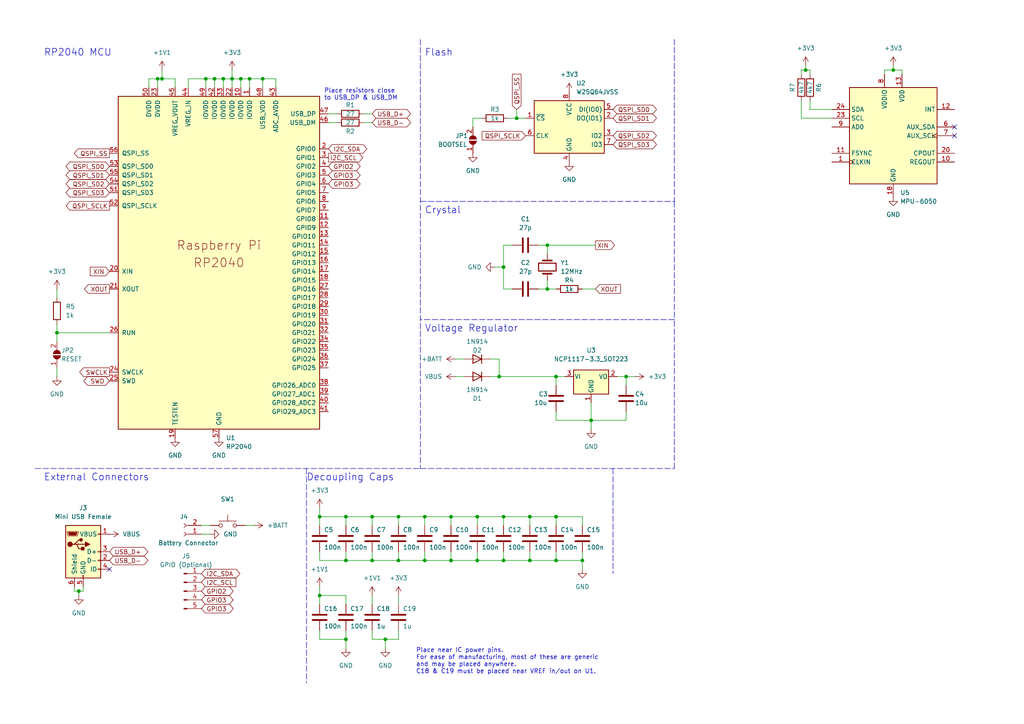
<source format=kicad_sch>
(kicad_sch (version 20211123) (generator eeschema)
  (paper "A4")
  (title_block (title "Bob Main Board") (date "2022-07-03") (rev "A") (company "York Aerospace & Rocketry"))
  (lib_symbols
    (symbol "Connector:Conn_01x02_Female" (pin_names (offset 1.016) hide)
      (property "Reference" "J" (at 0 2.54 0))
      (property "Value" "Conn_01x02_Female" (at 0 -5.08 0))
      (symbol "Conn_01x02_Female_1_1"
        (arc (start 0 -2.032) (mid -0.508 -2.54) (end 0 -3.048) (stroke (width 0.1524)))
        (polyline (pts (xy -1.27 -2.54) (xy -0.508 -2.54)) (stroke (width 0.1524)))
        (polyline (pts (xy -1.27 0) (xy -0.508 0)) (stroke (width 0.1524)))
        (arc (start 0 0.508) (mid -0.508 0) (end 0 -0.508) (stroke (width 0.1524)))
        (pin passive line (at -5.08 0 0) (length 3.81) (name "Pin_1") (number "1"))
        (pin passive line (at -5.08 -2.54 0) (length 3.81) (name "Pin_2") (number "2"))
      )
    )
    (symbol "Connector:Conn_01x05_Male" (pin_names (offset 1.016) hide)
      (property "Reference" "J" (at 0 7.62 0))
      (property "Value" "Conn_01x05_Male" (at 0 -7.62 0))
      (symbol "Conn_01x05_Male_1_1"
        (polyline (pts (xy 1.27 -5.08) (xy 0.8636 -5.08)) (stroke (width 0.1524)))
        (polyline (pts (xy 1.27 -2.54) (xy 0.8636 -2.54)) (stroke (width 0.1524)))
        (polyline (pts (xy 1.27 0) (xy 0.8636 0)) (stroke (width 0.1524)))
        (polyline (pts (xy 1.27 2.54) (xy 0.8636 2.54)) (stroke (width 0.1524)))
        (polyline (pts (xy 1.27 5.08) (xy 0.8636 5.08)) (stroke (width 0.1524)))
        (rectangle (start 0.8636 -4.953) (end 0 -5.207) (stroke (width 0.1524)) (fill (type outline)))
        (rectangle (start 0.8636 -2.413) (end 0 -2.667) (stroke (width 0.1524)) (fill (type outline)))
        (rectangle (start 0.8636 0.127) (end 0 -0.127) (stroke (width 0.1524)) (fill (type outline)))
        (rectangle (start 0.8636 2.667) (end 0 2.413) (stroke (width 0.1524)) (fill (type outline)))
        (rectangle (start 0.8636 5.207) (end 0 4.953) (stroke (width 0.1524)) (fill (type outline)))
        (pin passive line (at 5.08 5.08 180) (length 3.81) (name "Pin_1") (number "1"))
        (pin passive line (at 5.08 2.54 180) (length 3.81) (name "Pin_2") (number "2"))
        (pin passive line (at 5.08 0 180) (length 3.81) (name "Pin_3") (number "3"))
        (pin passive line (at 5.08 -2.54 180) (length 3.81) (name "Pin_4") (number "4"))
        (pin passive line (at 5.08 -5.08 180) (length 3.81) (name "Pin_5") (number "5"))
      )
    )
    (symbol "Connector:USB_OTG" (pin_names (offset 1.016))
      (property "Reference" "J" (at -5.08 11.43 0))
      (property "Value" "USB_OTG" (at -5.08 8.89 0))
      (symbol "USB_OTG_0_1"
        (rectangle (start -5.08 -7.62) (end 5.08 7.62) (stroke (width 0.254)) (fill (type background)))
        (circle (center -3.81 2.159) (radius 0.635) (stroke (width 0.254)) (fill (type outline)))
        (circle (center -0.635 3.429) (radius 0.381) (stroke (width 0.254)) (fill (type outline)))
        (rectangle (start -0.127 -7.62) (end 0.127 -6.858))
        (polyline (pts (xy -1.905 2.159) (xy 0.635 2.159)) (stroke (width 0.254)))
        (polyline (pts (xy -3.175 2.159) (xy -2.54 2.159) (xy -1.27 3.429) (xy -0.635 3.429)) (stroke (width 0.254)))
        (polyline (pts (xy -2.54 2.159) (xy -1.905 2.159) (xy -1.27 0.889) (xy 0 0.889)) (stroke (width 0.254)))
        (polyline (pts (xy 0.635 2.794) (xy 0.635 1.524) (xy 1.905 2.159) (xy 0.635 2.794)) (stroke (width 0.254)) (fill (type outline)))
        (polyline (pts (xy -4.318 5.588) (xy -1.778 5.588) (xy -2.032 4.826) (xy -4.064 4.826) (xy -4.318 5.588)) (fill (type outline)))
        (polyline (pts (xy -4.699 5.842) (xy -4.699 5.588) (xy -4.445 4.826) (xy -4.445 4.572) (xy -1.651 4.572) (xy -1.651 4.826) (xy -1.397 5.588) (xy -1.397 5.842) (xy -4.699 5.842)))
        (rectangle (start 0.254 1.27) (end -0.508 0.508) (stroke (width 0.254)) (fill (type outline)))
        (rectangle (start 5.08 -5.207) (end 4.318 -4.953))
        (rectangle (start 5.08 -2.667) (end 4.318 -2.413))
        (rectangle (start 5.08 -0.127) (end 4.318 0.127))
        (rectangle (start 5.08 4.953) (end 4.318 5.207))
      )
      (symbol "USB_OTG_1_1"
        (pin passive line (at 7.62 5.08 180) (length 2.54) (name "VBUS") (number "1"))
        (pin bidirectional line (at 7.62 -2.54 180) (length 2.54) (name "D-") (number "2"))
        (pin bidirectional line (at 7.62 0 180) (length 2.54) (name "D+") (number "3"))
        (pin passive line (at 7.62 -5.08 180) (length 2.54) (name "ID") (number "4"))
        (pin passive line (at 0 -10.16 90) (length 2.54) (name "GND") (number "5"))
        (pin passive line (at -2.54 -10.16 90) (length 2.54) (name "Shield") (number "6"))
      )
    )
    (symbol "Device:C" (pin_numbers hide) (pin_names (offset 0.254))
      (property "Reference" "C" (at 0.635 2.54 0))
      (property "Value" "C" (at 0.635 -2.54 0))
      (symbol "C_0_1"
        (polyline (pts (xy -2.032 -0.762) (xy 2.032 -0.762)) (stroke (width 0.508)))
        (polyline (pts (xy -2.032 0.762) (xy 2.032 0.762)) (stroke (width 0.508)))
      )
      (symbol "C_1_1"
        (pin passive line (at 0 3.81 270) (length 2.794) (name "~") (number "1"))
        (pin passive line (at 0 -3.81 90) (length 2.794) (name "~") (number "2"))
      )
    )
    (symbol "Device:Crystal" (pin_numbers hide) (pin_names (offset 1.016) hide)
      (property "Reference" "Y" (at 0 3.81 0))
      (property "Value" "Crystal" (at 0 -3.81 0))
      (symbol "Crystal_0_1"
        (rectangle (start -1.143 2.54) (end 1.143 -2.54) (stroke (width 0.3048)))
        (polyline (pts (xy -2.54 0) (xy -1.905 0)))
        (polyline (pts (xy -1.905 -1.27) (xy -1.905 1.27)) (stroke (width 0.508)))
        (polyline (pts (xy 1.905 -1.27) (xy 1.905 1.27)) (stroke (width 0.508)))
        (polyline (pts (xy 2.54 0) (xy 1.905 0)))
      )
      (symbol "Crystal_1_1"
        (pin passive line (at -3.81 0 0) (length 1.27) (name "1") (number "1"))
        (pin passive line (at 3.81 0 180) (length 1.27) (name "2") (number "2"))
      )
    )
    (symbol "Device:R" (pin_numbers hide) (pin_names (offset 0))
      (property "Reference" "R" (at 2.032 0 90))
      (property "Value" "R" (at 0 0 90))
      (symbol "R_0_1"
        (rectangle (start -1.016 -2.54) (end 1.016 2.54) (stroke (width 0.254)))
      )
      (symbol "R_1_1"
        (pin passive line (at 0 3.81 270) (length 1.27) (name "~") (number "1"))
        (pin passive line (at 0 -3.81 90) (length 1.27) (name "~") (number "2"))
      )
    )
    (symbol "Diode:1N914" (pin_numbers hide) (pin_names (offset 1.016) hide)
      (property "Reference" "D" (at 0 2.54 0))
      (property "Value" "1N914" (at 0 -2.54 0))
      (symbol "1N914_0_1"
        (polyline (pts (xy -1.27 1.27) (xy -1.27 -1.27)) (stroke (width 0.254)))
        (polyline (pts (xy 1.27 0) (xy -1.27 0)))
        (polyline (pts (xy 1.27 1.27) (xy 1.27 -1.27) (xy -1.27 0) (xy 1.27 1.27)) (stroke (width 0.254)))
      )
      (symbol "1N914_1_1"
        (pin passive line (at -3.81 0 0) (length 2.54) (name "K") (number "1"))
        (pin passive line (at 3.81 0 180) (length 2.54) (name "A") (number "2"))
      )
    )
    (symbol "Jumper:SolderJumper_2_Open" (pin_names (offset 0) hide)
      (property "Reference" "JP" (at 0 2.032 0))
      (property "Value" "SolderJumper_2_Open" (at 0 -2.54 0))
      (symbol "SolderJumper_2_Open_0_1"
        (arc (start -0.254 1.016) (mid -1.27 0) (end -0.254 -1.016))
        (arc (start -0.254 1.016) (mid -1.27 0) (end -0.254 -1.016) (fill (type outline)))
        (polyline (pts (xy -0.254 1.016) (xy -0.254 -1.016)))
        (polyline (pts (xy 0.254 1.016) (xy 0.254 -1.016)))
        (arc (start 0.254 -1.016) (mid 1.27 0) (end 0.254 1.016))
        (arc (start 0.254 -1.016) (mid 1.27 0) (end 0.254 1.016) (fill (type outline)))
      )
      (symbol "SolderJumper_2_Open_1_1"
        (pin passive line (at -3.81 0 0) (length 2.54) (name "A") (number "1"))
        (pin passive line (at 3.81 0 180) (length 2.54) (name "B") (number "2"))
      )
    )
    (symbol "MCU_RaspberryPi_RP2040:RP2040" (pin_names (offset 1.016))
      (property "Reference" "U" (at -29.21 49.53 0))
      (property "Value" "RP2040" (at 24.13 -49.53 0))
      (symbol "RP2040_0_0"
        (text "Raspberry Pi" (at 0 5.08 0) (effects (font (size 2.54 2.54))))
        (text "RP2040" (at 0 0 0) (effects (font (size 2.54 2.54))))
      )
      (symbol "RP2040_0_1"
        (rectangle (start 29.21 48.26) (end -29.21 -48.26) (stroke (width 0.254)) (fill (type background)))
      )
      (symbol "RP2040_1_1"
        (pin power_in line (at 8.89 50.8 270) (length 2.54) (name "IOVDD") (number "1"))
        (pin power_in line (at 6.35 50.8 270) (length 2.54) (name "IOVDD") (number "10"))
        (pin bidirectional line (at 31.75 12.7 180) (length 2.54) (name "GPIO8") (number "11"))
        (pin bidirectional line (at 31.75 10.16 180) (length 2.54) (name "GPIO9") (number "12"))
        (pin bidirectional line (at 31.75 7.62 180) (length 2.54) (name "GPIO10") (number "13"))
        (pin bidirectional line (at 31.75 5.08 180) (length 2.54) (name "GPIO11") (number "14"))
        (pin bidirectional line (at 31.75 2.54 180) (length 2.54) (name "GPIO12") (number "15"))
        (pin bidirectional line (at 31.75 0 180) (length 2.54) (name "GPIO13") (number "16"))
        (pin bidirectional line (at 31.75 -2.54 180) (length 2.54) (name "GPIO14") (number "17"))
        (pin bidirectional line (at 31.75 -5.08 180) (length 2.54) (name "GPIO15") (number "18"))
        (pin passive line (at -12.7 -50.8 90) (length 2.54) (name "TESTEN") (number "19"))
        (pin bidirectional line (at 31.75 33.02 180) (length 2.54) (name "GPIO0") (number "2"))
        (pin input line (at -31.75 -2.54 0) (length 2.54) (name "XIN") (number "20"))
        (pin passive line (at -31.75 -7.62 0) (length 2.54) (name "XOUT") (number "21"))
        (pin power_in line (at 3.81 50.8 270) (length 2.54) (name "IOVDD") (number "22"))
        (pin power_in line (at -17.78 50.8 270) (length 2.54) (name "DVDD") (number "23"))
        (pin output line (at -31.75 -31.75 0) (length 2.54) (name "SWCLK") (number "24"))
        (pin bidirectional line (at -31.75 -34.29 0) (length 2.54) (name "SWD") (number "25"))
        (pin input line (at -31.75 -20.32 0) (length 2.54) (name "RUN") (number "26"))
        (pin bidirectional line (at 31.75 -7.62 180) (length 2.54) (name "GPIO16") (number "27"))
        (pin bidirectional line (at 31.75 -10.16 180) (length 2.54) (name "GPIO17") (number "28"))
        (pin bidirectional line (at 31.75 -12.7 180) (length 2.54) (name "GPIO18") (number "29"))
        (pin bidirectional line (at 31.75 30.48 180) (length 2.54) (name "GPIO1") (number "3"))
        (pin bidirectional line (at 31.75 -15.24 180) (length 2.54) (name "GPIO19") (number "30"))
        (pin bidirectional line (at 31.75 -17.78 180) (length 2.54) (name "GPIO20") (number "31"))
        (pin bidirectional line (at 31.75 -20.32 180) (length 2.54) (name "GPIO21") (number "32"))
        (pin power_in line (at 1.27 50.8 270) (length 2.54) (name "IOVDD") (number "33"))
        (pin bidirectional line (at 31.75 -22.86 180) (length 2.54) (name "GPIO22") (number "34"))
        (pin bidirectional line (at 31.75 -25.4 180) (length 2.54) (name "GPIO23") (number "35"))
        (pin bidirectional line (at 31.75 -27.94 180) (length 2.54) (name "GPIO24") (number "36"))
        (pin bidirectional line (at 31.75 -30.48 180) (length 2.54) (name "GPIO25") (number "37"))
        (pin bidirectional line (at 31.75 -35.56 180) (length 2.54) (name "GPIO26_ADC0") (number "38"))
        (pin bidirectional line (at 31.75 -38.1 180) (length 2.54) (name "GPIO27_ADC1") (number "39"))
        (pin bidirectional line (at 31.75 27.94 180) (length 2.54) (name "GPIO2") (number "4"))
        (pin bidirectional line (at 31.75 -40.64 180) (length 2.54) (name "GPIO28_ADC2") (number "40"))
        (pin bidirectional line (at 31.75 -43.18 180) (length 2.54) (name "GPIO29_ADC3") (number "41"))
        (pin power_in line (at -1.27 50.8 270) (length 2.54) (name "IOVDD") (number "42"))
        (pin power_in line (at 16.51 50.8 270) (length 2.54) (name "ADC_AVDD") (number "43"))
        (pin power_in line (at -8.89 50.8 270) (length 2.54) (name "VREG_IN") (number "44"))
        (pin power_out line (at -12.7 50.8 270) (length 2.54) (name "VREG_VOUT") (number "45"))
        (pin bidirectional line (at 31.75 40.64 180) (length 2.54) (name "USB_DM") (number "46"))
        (pin bidirectional line (at 31.75 43.18 180) (length 2.54) (name "USB_DP") (number "47"))
        (pin power_in line (at 12.7 50.8 270) (length 2.54) (name "USB_VDD") (number "48"))
        (pin power_in line (at -3.81 50.8 270) (length 2.54) (name "IOVDD") (number "49"))
        (pin bidirectional line (at 31.75 25.4 180) (length 2.54) (name "GPIO3") (number "5"))
        (pin power_in line (at -20.32 50.8 270) (length 2.54) (name "DVDD") (number "50"))
        (pin bidirectional line (at -31.75 20.32 0) (length 2.54) (name "QSPI_SD3") (number "51"))
        (pin output line (at -31.75 16.51 0) (length 2.54) (name "QSPI_SCLK") (number "52"))
        (pin bidirectional line (at -31.75 27.94 0) (length 2.54) (name "QSPI_SD0") (number "53"))
        (pin bidirectional line (at -31.75 22.86 0) (length 2.54) (name "QSPI_SD2") (number "54"))
        (pin bidirectional line (at -31.75 25.4 0) (length 2.54) (name "QSPI_SD1") (number "55"))
        (pin bidirectional line (at -31.75 31.75 0) (length 2.54) (name "QSPI_SS") (number "56"))
        (pin power_in line (at 0 -50.8 90) (length 2.54) (name "GND") (number "57"))
        (pin bidirectional line (at 31.75 22.86 180) (length 2.54) (name "GPIO4") (number "6"))
        (pin bidirectional line (at 31.75 20.32 180) (length 2.54) (name "GPIO5") (number "7"))
        (pin bidirectional line (at 31.75 17.78 180) (length 2.54) (name "GPIO6") (number "8"))
        (pin bidirectional line (at 31.75 15.24 180) (length 2.54) (name "GPIO7") (number "9"))
      )
    )
    (symbol "Memory_Flash:W25Q32JVSS"
      (property "Reference" "U" (at -8.89 8.89 0))
      (property "Value" "W25Q32JVSS" (at 7.62 8.89 0))
      (symbol "W25Q32JVSS_0_1"
        (rectangle (start -10.16 7.62) (end 10.16 -7.62) (stroke (width 0.254)) (fill (type background)))
      )
      (symbol "W25Q32JVSS_1_1"
        (pin input line (at -12.7 2.54 0) (length 2.54) (name "~{CS}") (number "1"))
        (pin bidirectional line (at 12.7 2.54 180) (length 2.54) (name "DO(IO1)") (number "2"))
        (pin bidirectional line (at 12.7 -2.54 180) (length 2.54) (name "IO2") (number "3"))
        (pin power_in line (at 0 -10.16 90) (length 2.54) (name "GND") (number "4"))
        (pin bidirectional line (at 12.7 5.08 180) (length 2.54) (name "DI(IO0)") (number "5"))
        (pin input line (at -12.7 -2.54 0) (length 2.54) (name "CLK") (number "6"))
        (pin bidirectional line (at 12.7 -5.08 180) (length 2.54) (name "IO3") (number "7"))
        (pin power_in line (at 0 10.16 270) (length 2.54) (name "VCC") (number "8"))
      )
    )
    (symbol "Regulator_Linear:NCP1117-3.3_SOT223" (pin_names (offset 0.254))
      (property "Reference" "U" (at -3.81 3.175 0))
      (property "Value" "NCP1117-3.3_SOT223" (at 0 3.175 0))
      (symbol "NCP1117-3.3_SOT223_0_1"
        (rectangle (start -5.08 -5.08) (end 5.08 1.905) (stroke (width 0.254)) (fill (type background)))
      )
      (symbol "NCP1117-3.3_SOT223_1_1"
        (pin power_in line (at 0 -7.62 90) (length 2.54) (name "GND") (number "1"))
        (pin power_out line (at 7.62 0 180) (length 2.54) (name "VO") (number "2"))
        (pin power_in line (at -7.62 0 0) (length 2.54) (name "VI") (number "3"))
      )
    )
    (symbol "Sensor_Motion:MPU-6050"
      (property "Reference" "U" (at -11.43 13.97 0))
      (property "Value" "MPU-6050" (at 7.62 -15.24 0))
      (symbol "MPU-6050_0_0"
        (text "" (at 12.7 -2.54 0) (effects (font (size 1.27 1.27))))
      )
      (symbol "MPU-6050_0_1"
        (rectangle (start -12.7 13.97) (end 12.7 -13.97) (stroke (width 0.254)) (fill (type background)))
      )
      (symbol "MPU-6050_1_1"
        (pin input clock (at -17.78 -7.62 0) (length 5.08) (name "CLKIN") (number "1"))
        (pin passive line (at 17.78 -7.62 180) (length 5.08) (name "REGOUT") (number "10"))
        (pin input line (at -17.78 -5.08 0) (length 5.08) (name "FSYNC") (number "11"))
        (pin output line (at 17.78 7.62 180) (length 5.08) (name "INT") (number "12"))
        (pin power_in line (at 2.54 17.78 270) (length 3.81) (name "VDD") (number "13"))
        (pin no_connect line (at -12.7 -10.16 0) (length 2.54) hide (name "NC") (number "14"))
        (pin no_connect line (at 12.7 12.7 180) (length 2.54) hide (name "NC") (number "15"))
        (pin no_connect line (at 12.7 10.16 180) (length 2.54) hide (name "NC") (number "16"))
        (pin no_connect line (at 12.7 5.08 180) (length 2.54) hide (name "NC") (number "17"))
        (pin power_in line (at 0 -17.78 90) (length 3.81) (name "GND") (number "18"))
        (pin no_connect line (at 12.7 -10.16 180) (length 2.54) hide (name "NC") (number "19"))
        (pin no_connect line (at -12.7 12.7 0) (length 2.54) hide (name "NC") (number "2"))
        (pin passive line (at 17.78 -5.08 180) (length 5.08) (name "CPOUT") (number "20"))
        (pin no_connect line (at 12.7 -2.54 180) (length 2.54) hide (name "NC") (number "21"))
        (pin no_connect line (at 12.7 -12.7 180) (length 2.54) hide (name "NC") (number "22"))
        (pin input line (at -17.78 5.08 0) (length 5.08) (name "SCL") (number "23"))
        (pin bidirectional line (at -17.78 7.62 0) (length 5.08) (name "SDA") (number "24"))
        (pin no_connect line (at -12.7 10.16 0) (length 2.54) hide (name "NC") (number "3"))
        (pin no_connect line (at -12.7 0 0) (length 2.54) hide (name "NC") (number "4"))
        (pin no_connect line (at -12.7 -2.54 0) (length 2.54) hide (name "NC") (number "5"))
        (pin bidirectional line (at 17.78 2.54 180) (length 5.08) (name "AUX_SDA") (number "6"))
        (pin output clock (at 17.78 0 180) (length 5.08) (name "AUX_SCL") (number "7"))
        (pin power_in line (at -2.54 17.78 270) (length 3.81) (name "VDDIO") (number "8"))
        (pin input line (at -17.78 2.54 0) (length 5.08) (name "AD0") (number "9"))
      )
    )
    (symbol "Switch:SW_Push" (pin_numbers hide) (pin_names (offset 1.016) hide)
      (property "Reference" "SW" (at 1.27 2.54 0))
      (property "Value" "SW_Push" (at 0 -1.524 0))
      (symbol "SW_Push_0_1"
        (circle (center -2.032 0) (radius 0.508))
        (polyline (pts (xy 0 1.27) (xy 0 3.048)))
        (polyline (pts (xy 2.54 1.27) (xy -2.54 1.27)))
        (circle (center 2.032 0) (radius 0.508))
        (pin passive line (at -5.08 0 0) (length 2.54) (name "1") (number "1"))
        (pin passive line (at 5.08 0 180) (length 2.54) (name "2") (number "2"))
      )
    )
    (symbol "power:+1V1" (power) (pin_names (offset 0))
      (property "Value" "+1V1" (at 0 3.556 0))
      (symbol "+1V1_0_1"
        (polyline (pts (xy -0.762 1.27) (xy 0 2.54)))
        (polyline (pts (xy 0 0) (xy 0 2.54)))
        (polyline (pts (xy 0 2.54) (xy 0.762 1.27)))
      )
      (symbol "+1V1_1_1"
        (pin power_in line (at 0 0 90) (length 0) hide (name "+1V1") (number "1"))
      )
    )
    (symbol "power:+3.3V" (power) (pin_names (offset 0))
      (property "Value" "+3.3V" (at 0 3.556 0))
      (symbol "+3.3V_0_1"
        (polyline (pts (xy -0.762 1.27) (xy 0 2.54)))
        (polyline (pts (xy 0 0) (xy 0 2.54)))
        (polyline (pts (xy 0 2.54) (xy 0.762 1.27)))
      )
      (symbol "+3.3V_1_1"
        (pin power_in line (at 0 0 90) (length 0) hide (name "+3V3") (number "1"))
      )
    )
    (symbol "power:+BATT" (power) (pin_names (offset 0))
      (property "Value" "+BATT" (at 0 3.556 0))
      (symbol "+BATT_0_1"
        (polyline (pts (xy -0.762 1.27) (xy 0 2.54)))
        (polyline (pts (xy 0 0) (xy 0 2.54)))
        (polyline (pts (xy 0 2.54) (xy 0.762 1.27)))
      )
      (symbol "+BATT_1_1"
        (pin power_in line (at 0 0 90) (length 0) hide (name "+BATT") (number "1"))
      )
    )
    (symbol "power:GND" (power) (pin_names (offset 0))
      (property "Value" "GND" (at 0 -3.81 0))
      (symbol "GND_0_1"
        (polyline (pts (xy 0 0) (xy 0 -1.27) (xy 1.27 -1.27) (xy 0 -2.54) (xy -1.27 -1.27) (xy 0 -1.27)))
      )
      (symbol "GND_1_1"
        (pin power_in line (at 0 0 270) (length 0) hide (name "GND") (number "1"))
      )
    )
    (symbol "power:VBUS" (power) (pin_names (offset 0))
      (property "Value" "VBUS" (at 0 3.81 0))
      (symbol "VBUS_0_1"
        (polyline (pts (xy -0.762 1.27) (xy 0 2.54)))
        (polyline (pts (xy 0 0) (xy 0 2.54)))
        (polyline (pts (xy 0 2.54) (xy 0.762 1.27)))
      )
      (symbol "VBUS_1_1"
        (pin power_in line (at 0 0 90) (length 0) hide (name "VBUS") (number "1"))
      )
    )
  )
  (junction (at 76.2 22.86))
  (junction (at 161.29 109.22))
  (junction (at 153.67 162.56))
  (junction (at 45.72 22.86))
  (junction (at 111.76 185.42))
  (junction (at 59.69 22.86))
  (junction (at 115.57 149.86))
  (junction (at 22.86 171.45))
  (junction (at 146.05 162.56))
  (junction (at 138.43 149.86))
  (junction (at 130.81 162.56))
  (junction (at 158.75 71.12))
  (junction (at 161.29 149.86))
  (junction (at 92.71 149.86))
  (junction (at 123.19 162.56))
  (junction (at 92.71 172.72))
  (junction (at 130.81 149.86))
  (junction (at 168.91 162.56))
  (junction (at 146.05 77.47))
  (junction (at 181.61 109.22))
  (junction (at 259.08 20.32))
  (junction (at 107.95 162.56))
  (junction (at 100.33 185.42))
  (junction (at 100.33 162.56))
  (junction (at 107.95 149.86))
  (junction (at 158.75 83.82))
  (junction (at 16.51 96.52))
  (junction (at 67.31 22.86))
  (junction (at 149.86 34.29))
  (junction (at 138.43 162.56))
  (junction (at 153.67 149.86))
  (junction (at 100.33 149.86))
  (junction (at 62.23 22.86))
  (junction (at 64.77 22.86))
  (junction (at 144.78 109.22))
  (junction (at 233.68 20.32))
  (junction (at 72.39 22.86))
  (junction (at 69.85 22.86))
  (junction (at 171.45 121.92))
  (junction (at 161.29 162.56))
  (junction (at 123.19 149.86))
  (junction (at 146.05 149.86))
  (junction (at 115.57 162.56))
  (junction (at 46.99 22.86))
  (no_connect (at 276.86 36.83))
  (no_connect (at 276.86 39.37))
  (no_connect (at 31.75 165.1))
  (wire (pts (xy 92.71 149.86) (xy 100.33 149.86)))
  (wire (pts (xy 100.33 172.72) (xy 100.33 175.26)))
  (polyline (pts (xy 195.58 11.43) (xy 195.58 58.42)))
  (wire (pts (xy 234.95 31.75) (xy 241.3 31.75)))
  (wire (pts (xy 107.95 149.86) (xy 107.95 152.4)))
  (polyline (pts (xy 121.92 11.43) (xy 121.92 135.89)))
  (wire (pts (xy 168.91 162.56) (xy 168.91 160.02)))
  (wire (pts (xy 138.43 162.56) (xy 146.05 162.56)))
  (wire (pts (xy 161.29 160.02) (xy 161.29 162.56)))
  (wire (pts (xy 130.81 149.86) (xy 130.81 152.4)))
  (wire (pts (xy 46.99 22.86) (xy 45.72 22.86)))
  (wire (pts (xy 233.68 20.32) (xy 234.95 20.32)))
  (wire (pts (xy 156.21 83.82) (xy 158.75 83.82)))
  (wire (pts (xy 76.2 22.86) (xy 76.2 25.4)))
  (wire (pts (xy 138.43 149.86) (xy 146.05 149.86)))
  (wire (pts (xy 146.05 71.12) (xy 146.05 77.47)))
  (wire (pts (xy 72.39 22.86) (xy 76.2 22.86)))
  (wire (pts (xy 168.91 149.86) (xy 168.91 152.4)))
  (wire (pts (xy 107.95 162.56) (xy 115.57 162.56)))
  (wire (pts (xy 107.95 149.86) (xy 115.57 149.86)))
  (wire (pts (xy 92.71 185.42) (xy 92.71 182.88)))
  (wire (pts (xy 111.76 185.42) (xy 115.57 185.42)))
  (wire (pts (xy 130.81 160.02) (xy 130.81 162.56)))
  (wire (pts (xy 259.08 19.05) (xy 259.08 20.32)))
  (wire (pts (xy 95.25 33.02) (xy 97.79 33.02)))
  (wire (pts (xy 16.51 96.52) (xy 16.51 99.06)))
  (polyline (pts (xy 121.92 135.89) (xy 195.58 135.89)))
  (wire (pts (xy 168.91 165.1) (xy 168.91 162.56)))
  (wire (pts (xy 76.2 22.86) (xy 80.01 22.86)))
  (wire (pts (xy 232.41 20.32) (xy 233.68 20.32)))
  (polyline (pts (xy 195.58 92.71) (xy 121.92 92.71)))
  (wire (pts (xy 107.95 172.72) (xy 107.95 175.26)))
  (wire (pts (xy 259.08 20.32) (xy 261.62 20.32)))
  (wire (pts (xy 123.19 149.86) (xy 130.81 149.86)))
  (wire (pts (xy 234.95 29.21) (xy 234.95 31.75)))
  (wire (pts (xy 232.41 29.21) (xy 232.41 34.29)))
  (wire (pts (xy 100.33 160.02) (xy 100.33 162.56)))
  (wire (pts (xy 158.75 71.12) (xy 172.72 71.12)))
  (wire (pts (xy 123.19 160.02) (xy 123.19 162.56)))
  (wire (pts (xy 69.85 22.86) (xy 69.85 25.4)))
  (wire (pts (xy 43.18 25.4) (xy 43.18 22.86)))
  (wire (pts (xy 139.7 34.29) (xy 137.16 34.29)))
  (wire (pts (xy 161.29 162.56) (xy 168.91 162.56)))
  (wire (pts (xy 58.42 154.94) (xy 60.96 154.94)))
  (wire (pts (xy 158.75 83.82) (xy 161.29 83.82)))
  (wire (pts (xy 161.29 121.92) (xy 161.29 119.38)))
  (wire (pts (xy 137.16 34.29) (xy 137.16 36.83)))
  (wire (pts (xy 92.71 149.86) (xy 92.71 152.4)))
  (wire (pts (xy 144.78 109.22) (xy 161.29 109.22)))
  (wire (pts (xy 43.18 22.86) (xy 45.72 22.86)))
  (wire (pts (xy 115.57 162.56) (xy 123.19 162.56)))
  (wire (pts (xy 138.43 149.86) (xy 138.43 152.4)))
  (wire (pts (xy 100.33 162.56) (xy 107.95 162.56)))
  (wire (pts (xy 158.75 73.66) (xy 158.75 71.12)))
  (wire (pts (xy 123.19 149.86) (xy 123.19 152.4)))
  (wire (pts (xy 50.8 22.86) (xy 46.99 22.86)))
  (wire (pts (xy 115.57 149.86) (xy 115.57 152.4)))
  (polyline (pts (xy 10.16 135.89) (xy 121.92 135.89)))
  (wire (pts (xy 16.51 83.82) (xy 16.51 86.36)))
  (wire (pts (xy 115.57 185.42) (xy 115.57 182.88)))
  (wire (pts (xy 69.85 22.86) (xy 72.39 22.86)))
  (wire (pts (xy 115.57 172.72) (xy 115.57 175.26)))
  (wire (pts (xy 161.29 149.86) (xy 161.29 152.4)))
  (polyline (pts (xy 121.92 58.42) (xy 195.58 58.42)))
  (wire (pts (xy 181.61 109.22) (xy 184.15 109.22)))
  (wire (pts (xy 92.71 172.72) (xy 92.71 175.26)))
  (wire (pts (xy 16.51 93.98) (xy 16.51 96.52)))
  (wire (pts (xy 107.95 182.88) (xy 107.95 185.42)))
  (wire (pts (xy 50.8 25.4) (xy 50.8 22.86)))
  (wire (pts (xy 143.51 77.47) (xy 146.05 77.47)))
  (wire (pts (xy 146.05 77.47) (xy 146.05 83.82)))
  (wire (pts (xy 107.95 160.02) (xy 107.95 162.56)))
  (wire (pts (xy 146.05 83.82) (xy 148.59 83.82)))
  (wire (pts (xy 62.23 22.86) (xy 64.77 22.86)))
  (wire (pts (xy 92.71 172.72) (xy 100.33 172.72)))
  (wire (pts (xy 115.57 160.02) (xy 115.57 162.56)))
  (wire (pts (xy 62.23 22.86) (xy 62.23 25.4)))
  (wire (pts (xy 261.62 20.32) (xy 261.62 21.59)))
  (wire (pts (xy 138.43 160.02) (xy 138.43 162.56)))
  (wire (pts (xy 92.71 162.56) (xy 100.33 162.56)))
  (wire (pts (xy 16.51 106.68) (xy 16.51 109.22)))
  (wire (pts (xy 232.41 34.29) (xy 241.3 34.29)))
  (wire (pts (xy 132.08 104.14) (xy 134.62 104.14)))
  (wire (pts (xy 171.45 121.92) (xy 171.45 124.46)))
  (wire (pts (xy 100.33 182.88) (xy 100.33 185.42)))
  (wire (pts (xy 59.69 22.86) (xy 62.23 22.86)))
  (wire (pts (xy 181.61 109.22) (xy 181.61 111.76)))
  (wire (pts (xy 115.57 149.86) (xy 123.19 149.86)))
  (wire (pts (xy 107.95 185.42) (xy 111.76 185.42)))
  (wire (pts (xy 64.77 22.86) (xy 67.31 22.86)))
  (wire (pts (xy 22.86 171.45) (xy 24.13 171.45)))
  (wire (pts (xy 146.05 149.86) (xy 146.05 152.4)))
  (wire (pts (xy 130.81 149.86) (xy 138.43 149.86)))
  (polyline (pts (xy 195.58 135.89) (xy 195.58 92.71)))
  (wire (pts (xy 59.69 25.4) (xy 59.69 22.86)))
  (wire (pts (xy 21.59 171.45) (xy 22.86 171.45)))
  (wire (pts (xy 146.05 162.56) (xy 153.67 162.56)))
  (wire (pts (xy 153.67 162.56) (xy 161.29 162.56)))
  (wire (pts (xy 161.29 111.76) (xy 161.29 109.22)))
  (wire (pts (xy 161.29 149.86) (xy 168.91 149.86)))
  (wire (pts (xy 24.13 170.18) (xy 24.13 171.45)))
  (wire (pts (xy 153.67 149.86) (xy 153.67 152.4)))
  (wire (pts (xy 149.86 31.75) (xy 149.86 34.29)))
  (polyline (pts (xy 88.9 135.89) (xy 88.9 198.12)))
  (wire (pts (xy 21.59 170.18) (xy 21.59 171.45)))
  (wire (pts (xy 168.91 83.82) (xy 172.72 83.82)))
  (wire (pts (xy 161.29 121.92) (xy 171.45 121.92)))
  (wire (pts (xy 146.05 149.86) (xy 153.67 149.86)))
  (wire (pts (xy 256.54 21.59) (xy 256.54 20.32)))
  (wire (pts (xy 105.41 33.02) (xy 107.95 33.02)))
  (wire (pts (xy 67.31 22.86) (xy 67.31 25.4)))
  (wire (pts (xy 256.54 20.32) (xy 259.08 20.32)))
  (wire (pts (xy 171.45 121.92) (xy 181.61 121.92)))
  (wire (pts (xy 58.42 152.4) (xy 60.96 152.4)))
  (wire (pts (xy 22.86 172.72) (xy 22.86 171.45)))
  (wire (pts (xy 100.33 149.86) (xy 107.95 149.86)))
  (wire (pts (xy 153.67 160.02) (xy 153.67 162.56)))
  (wire (pts (xy 92.71 170.18) (xy 92.71 172.72)))
  (wire (pts (xy 179.07 109.22) (xy 181.61 109.22)))
  (wire (pts (xy 45.72 22.86) (xy 45.72 25.4)))
  (wire (pts (xy 233.68 20.32) (xy 233.68 19.05)))
  (wire (pts (xy 92.71 160.02) (xy 92.71 162.56)))
  (wire (pts (xy 232.41 21.59) (xy 232.41 20.32)))
  (wire (pts (xy 156.21 71.12) (xy 158.75 71.12)))
  (wire (pts (xy 130.81 162.56) (xy 138.43 162.56)))
  (wire (pts (xy 149.86 34.29) (xy 152.4 34.29)))
  (wire (pts (xy 67.31 22.86) (xy 69.85 22.86)))
  (wire (pts (xy 54.61 25.4) (xy 54.61 22.86)))
  (wire (pts (xy 92.71 147.32) (xy 92.71 149.86)))
  (wire (pts (xy 54.61 22.86) (xy 59.69 22.86)))
  (wire (pts (xy 132.08 109.22) (xy 134.62 109.22)))
  (wire (pts (xy 161.29 109.22) (xy 163.83 109.22)))
  (wire (pts (xy 144.78 104.14) (xy 142.24 104.14)))
  (wire (pts (xy 95.25 35.56) (xy 97.79 35.56)))
  (wire (pts (xy 64.77 22.86) (xy 64.77 25.4)))
  (wire (pts (xy 46.99 20.32) (xy 46.99 22.86)))
  (wire (pts (xy 16.51 96.52) (xy 31.75 96.52)))
  (wire (pts (xy 158.75 81.28) (xy 158.75 83.82)))
  (wire (pts (xy 100.33 185.42) (xy 100.33 187.96)))
  (wire (pts (xy 80.01 22.86) (xy 80.01 25.4)))
  (wire (pts (xy 71.12 152.4) (xy 73.66 152.4)))
  (wire (pts (xy 111.76 185.42) (xy 111.76 187.96)))
  (wire (pts (xy 148.59 71.12) (xy 146.05 71.12)))
  (wire (pts (xy 67.31 20.32) (xy 67.31 22.86)))
  (wire (pts (xy 147.32 34.29) (xy 149.86 34.29)))
  (polyline (pts (xy 195.58 58.42) (xy 195.58 92.71)))
  (wire (pts (xy 146.05 160.02) (xy 146.05 162.56)))
  (wire (pts (xy 100.33 149.86) (xy 100.33 152.4)))
  (wire (pts (xy 171.45 116.84) (xy 171.45 121.92)))
  (wire (pts (xy 123.19 162.56) (xy 130.81 162.56)))
  (wire (pts (xy 234.95 20.32) (xy 234.95 21.59)))
  (wire (pts (xy 142.24 109.22) (xy 144.78 109.22)))
  (wire (pts (xy 153.67 149.86) (xy 161.29 149.86)))
  (polyline (pts (xy 177.8 135.89) (xy 177.8 166.37)))
  (wire (pts (xy 72.39 22.86) (xy 72.39 25.4)))
  (wire (pts (xy 105.41 35.56) (xy 107.95 35.56)))
  (wire (pts (xy 100.33 185.42) (xy 92.71 185.42)))
  (wire (pts (xy 181.61 121.92) (xy 181.61 119.38)))
  (wire (pts (xy 144.78 109.22) (xy 144.78 104.14)))
  (text "Crystal\n" (at 123.19 62.23 0) (effects (font (size 2 2)) (justify left bottom)))
  (text "Flash" (at 123.19 16.51 0) (effects (font (size 2 2)) (justify left bottom)))
  (text "Decoupling Caps" (at 88.9 139.7 0) (effects (font (size 2 2)) (justify left bottom)))
  (text "External Connectors" (at 12.7 139.7 0) (effects (font (size 2 2)) (justify left bottom)))
  (text "Place resistors close \nto USB_DP & USB_DM" (at 93.98 29.21 0) (effects (font (size 1.27 1.27)) (justify left bottom)))
  (text "RP2040 MCU" (at 12.7 16.51 0) (effects (font (size 2 2)) (justify left bottom)))
  (text "Place near IC power pins. \nFor ease of manufacturing, most of these are generic\nand may be placed anywhere.\nC18 & C19 must be placed near VREF in/out on U1." (at 120.65 195.58 0) (effects (font (size 1.27 1.27)) (justify left bottom)))
  (text "Voltage Regulator" (at 123.19 96.52 0) (effects (font (size 2 2)) (justify left bottom)))
  (global_label "XOUT" (shape output) (at 31.75 83.82 180) (property "Intersheet References" "${INTERSHEET_REFS}" (effects hide)))
  (global_label "SWD" (shape bidirectional) (at 31.75 110.49 180) (property "Intersheet References" "${INTERSHEET_REFS}" (effects hide)))
  (global_label "QSPI_SD3" (shape bidirectional) (at 31.75 55.88 180) (property "Intersheet References" "${INTERSHEET_REFS}" (effects hide)))
  (global_label "XIN" (shape input) (at 31.75 78.74 180) (property "Intersheet References" "${INTERSHEET_REFS}" (effects hide)))
  (global_label "QSPI_SD1" (shape bidirectional) (at 177.8 34.29 0) (property "Intersheet References" "${INTERSHEET_REFS}" (effects hide)))
  (global_label "QSPI_SD2" (shape bidirectional) (at 31.75 53.34 180) (property "Intersheet References" "${INTERSHEET_REFS}" (effects hide)))
  (global_label "USB_D+" (shape bidirectional) (at 107.95 33.02 0) (property "Intersheet References" "${INTERSHEET_REFS}" (effects hide)))
  (global_label "GPIO3" (shape bidirectional) (at 58.42 176.53 0) (property "Intersheet References" "${INTERSHEET_REFS}" (effects hide)))
  (global_label "QSPI_SCLK" (shape input) (at 152.4 39.37 180) (property "Intersheet References" "${INTERSHEET_REFS}" (effects hide)))
  (global_label "USB_D+" (shape bidirectional) (at 31.75 160.02 0) (property "Intersheet References" "${INTERSHEET_REFS}" (effects hide)))
  (global_label "QSPI_SS" (shape input) (at 149.86 31.75 90) (property "Intersheet References" "${INTERSHEET_REFS}" (effects hide)))
  (global_label "QSPI_SD3" (shape bidirectional) (at 177.8 41.91 0) (property "Intersheet References" "${INTERSHEET_REFS}" (effects hide)))
  (global_label "GPIO2" (shape bidirectional) (at 58.42 171.45 0) (property "Intersheet References" "${INTERSHEET_REFS}" (effects hide)))
  (global_label "QSPI_SS" (shape output) (at 31.75 44.45 180) (property "Intersheet References" "${INTERSHEET_REFS}" (effects hide)))
  (global_label "USB_D-" (shape bidirectional) (at 107.95 35.56 0) (property "Intersheet References" "${INTERSHEET_REFS}" (effects hide)))
  (global_label "QSPI_SD0" (shape bidirectional) (at 177.8 31.75 0) (property "Intersheet References" "${INTERSHEET_REFS}" (effects hide)))
  (global_label "QSPI_SCLK" (shape output) (at 31.75 59.69 180) (property "Intersheet References" "${INTERSHEET_REFS}" (effects hide)))
  (global_label "I2C_SDA" (shape bidirectional) (at 95.25 43.18 0) (property "Intersheet References" "${INTERSHEET_REFS}" (effects hide)))
  (global_label "QSPI_SD2" (shape bidirectional) (at 177.8 39.37 0) (property "Intersheet References" "${INTERSHEET_REFS}" (effects hide)))
  (global_label "QSPI_SD1" (shape bidirectional) (at 31.75 50.8 180) (property "Intersheet References" "${INTERSHEET_REFS}" (effects hide)))
  (global_label "GPIO3" (shape bidirectional) (at 58.42 173.99 0) (property "Intersheet References" "${INTERSHEET_REFS}" (effects hide)))
  (global_label "XIN" (shape output) (at 172.72 71.12 0) (property "Intersheet References" "${INTERSHEET_REFS}" (effects hide)))
  (global_label "GPIO2" (shape bidirectional) (at 95.25 48.26 0) (property "Intersheet References" "${INTERSHEET_REFS}" (effects hide)))
  (global_label "XOUT" (shape input) (at 172.72 83.82 0) (property "Intersheet References" "${INTERSHEET_REFS}" (effects hide)))
  (global_label "USB_D-" (shape bidirectional) (at 31.75 162.56 0) (property "Intersheet References" "${INTERSHEET_REFS}" (effects hide)))
  (global_label "I2C_SCL" (shape input) (at 58.42 168.91 0) (property "Intersheet References" "${INTERSHEET_REFS}" (effects hide)))
  (global_label "GPIO3" (shape bidirectional) (at 95.25 50.8 0) (property "Intersheet References" "${INTERSHEET_REFS}" (effects hide)))
  (global_label "GPIO3" (shape bidirectional) (at 95.25 53.34 0) (property "Intersheet References" "${INTERSHEET_REFS}" (effects hide)))
  (global_label "QSPI_SD0" (shape bidirectional) (at 31.75 48.26 180) (property "Intersheet References" "${INTERSHEET_REFS}" (effects hide)))
  (global_label "I2C_SCL" (shape output) (at 95.25 45.72 0) (property "Intersheet References" "${INTERSHEET_REFS}" (effects hide)))
  (global_label "SWCLK" (shape output) (at 31.75 107.95 180) (property "Intersheet References" "${INTERSHEET_REFS}" (effects hide)))
  (global_label "I2C_SDA" (shape bidirectional) (at 58.42 166.37 0) (property "Intersheet References" "${INTERSHEET_REFS}" (effects hide)))
  (symbol (lib_id "power:GND") (at 168.91 165.1 0) (unit 1)
    (property "Reference" "#PWR0108" (effects hide))
    (property "Value" "GND" (at 168.91 170.18 0))
  )
  (symbol (lib_id "Device:C") (at 100.33 156.21 0) (unit 1)
    (property "Reference" "C6" (at 101.6 153.67 0) (effects (justify left)))
    (property "Value" "100n" (at 101.6 158.75 0) (effects (justify left)))
    (property "Footprint" "Capacitor_SMD:C_0402_1005Metric" (effects hide))
  )
  (symbol (lib_id "Jumper:SolderJumper_2_Open") (at 16.51 102.87 90) (unit 1)
    (property "Reference" "JP2" (at 17.78 101.6 90) (effects (justify right)))
    (property "Value" "RESET" (at 17.78 104.14 90) (effects (justify right)))
    (property "Footprint" "Jumper:SolderJumper-2_P1.3mm_Open_TrianglePad1.0x1.5mm" (effects hide))
  )
  (symbol (lib_id "power:+3.3V") (at 184.15 109.22 270) (unit 1)
    (property "Reference" "#PWR0103" (effects hide))
    (property "Value" "+3.3V" (at 187.96 109.2199 90) (effects (justify left)))
  )
  (symbol (lib_id "power:+3.3V") (at 92.71 147.32 0) (unit 1)
    (property "Reference" "#PWR0123" (effects hide))
    (property "Value" "+3.3V" (at 92.71 142.24 0))
  )
  (symbol (lib_id "Device:R") (at 165.1 83.82 90) (unit 1)
    (property "Reference" "R4" (at 165.1 81.28 90))
    (property "Value" "1k" (at 165.1 83.82 90))
    (property "Footprint" "Resistor_SMD:R_0402_1005Metric" (effects hide))
  )
  (symbol (lib_id "Device:C") (at 152.4 83.82 90) (unit 1)
    (property "Reference" "C2" (at 152.4 76.2 90))
    (property "Value" "27p" (at 152.4 78.74 90))
    (property "Footprint" "Capacitor_SMD:C_0402_1005Metric" (effects hide))
  )
  (symbol (lib_id "power:+1V1") (at 46.99 20.32 0) (unit 1)
    (property "Reference" "#PWR0109" (effects hide))
    (property "Value" "+1V1" (at 46.99 15.24 0))
  )
  (symbol (lib_id "power:+1V1") (at 107.95 172.72 0) (unit 1)
    (property "Reference" "#PWR0124" (effects hide))
    (property "Value" "+1V1" (at 107.95 167.64 0))
  )
  (symbol (lib_id "Device:R") (at 16.51 90.17 0) (unit 1)
    (property "Reference" "R5" (at 19.05 88.8999 0) (effects (justify left)))
    (property "Value" "1k" (at 19.05 91.4399 0) (effects (justify left)))
  )
  (symbol (lib_id "power:GND") (at 143.51 77.47 270) (unit 1)
    (property "Reference" "#PWR0101" (effects hide))
    (property "Value" "GND" (at 139.7 77.4699 90) (effects (justify right)))
  )
  (symbol (lib_id "Device:C") (at 100.33 179.07 0) (unit 1)
    (property "Reference" "C17" (at 101.6 176.53 0) (effects (justify left)))
    (property "Value" "100n" (at 101.6 181.61 0) (effects (justify left)))
    (property "Footprint" "Capacitor_SMD:C_0402_1005Metric" (effects hide))
  )
  (symbol (lib_id "Sensor_Motion:MPU-6050") (at 259.08 39.37 0) (unit 1)
    (property "Reference" "U5" (at 261.0994 55.88 0) (effects (justify left)))
    (property "Value" "MPU-6050" (at 261.0994 58.42 0) (effects (justify left)))
    (property "Footprint" "Sensor_Motion:InvenSense_QFN-24_4x4mm_P0.5mm" (effects hide))
    (property "Datasheet" "https://store.invensense.com/datasheets/invensense/MPU-6050_DataSheet_V3%204.pdf" (effects hide))
  )
  (symbol (lib_id "Device:R") (at 234.95 25.4 180) (unit 1)
    (property "Reference" "R6" (at 237.49 25.4 90))
    (property "Value" "4k7" (at 234.95 25.4 90))
    (property "Footprint" "Resistor_SMD:R_0402_1005Metric" (effects hide))
  )
  (symbol (lib_id "power:+3.3V") (at 165.1 26.67 0) (unit 1)
    (property "Reference" "#PWR0104" (effects hide))
    (property "Value" "+3.3V" (at 165.1 21.59 0))
  )
  (symbol (lib_id "Device:C") (at 115.57 179.07 0) (unit 1)
    (property "Reference" "C19" (at 116.84 176.53 0) (effects (justify left)))
    (property "Value" "1u" (at 116.84 181.61 0) (effects (justify left)))
    (property "Footprint" "Capacitor_SMD:C_0402_1005Metric" (effects hide))
  )
  (symbol (lib_id "Device:C") (at 92.71 156.21 0) (unit 1)
    (property "Reference" "C5" (at 93.98 153.67 0) (effects (justify left)))
    (property "Value" "100n" (at 93.98 158.75 0) (effects (justify left)))
    (property "Footprint" "Capacitor_SMD:C_0402_1005Metric" (effects hide))
  )
  (symbol (lib_id "power:+3.3V") (at 16.51 83.82 0) (unit 1)
    (property "Reference" "#PWR0111" (effects hide))
    (property "Value" "+3.3V" (at 16.51 78.74 0))
  )
  (symbol (lib_id "Device:C") (at 138.43 156.21 0) (unit 1)
    (property "Reference" "C11" (at 139.7 153.67 0) (effects (justify left)))
    (property "Value" "100n" (at 139.7 158.75 0) (effects (justify left)))
    (property "Footprint" "Capacitor_SMD:C_0402_1005Metric" (effects hide))
  )
  (symbol (lib_id "power:GND") (at 137.16 44.45 0) (unit 1)
    (property "Reference" "#PWR0110" (effects hide))
    (property "Value" "GND" (at 137.16 49.53 0))
  )
  (symbol (lib_id "Device:R") (at 101.6 33.02 90) (unit 1)
    (property "Reference" "R1" (at 101.6 30.48 90))
    (property "Value" "27" (at 101.6 33.02 90))
    (property "Footprint" "Resistor_SMD:R_0402_1005Metric" (effects hide))
  )
  (symbol (lib_id "Memory_Flash:W25Q32JVSS") (at 165.1 36.83 0) (unit 1)
    (property "Reference" "U2" (at 167.1194 24.13 0) (effects (justify left)))
    (property "Value" "W25Q64JVSS" (at 167.1194 26.67 0) (effects (justify left)))
    (property "Footprint" "Package_SO:SOIC-8_5.23x5.23mm_P1.27mm" (effects hide))
    (property "Datasheet" "http://www.winbond.com/resource-files/w25q32jv%20revg%2003272018%20plus.pdf" (effects hide))
  )
  (symbol (lib_id "Device:C") (at 161.29 115.57 0) (mirror y) (unit 1)
    (property "Reference" "C3" (at 156.21 114.3 0) (effects (justify right)))
    (property "Value" "10u" (at 154.94 116.84 0) (effects (justify right)))
  )
  (symbol (lib_id "power:GND") (at 165.1 46.99 0) (unit 1)
    (property "Reference" "#PWR0105" (effects hide))
    (property "Value" "GND" (at 165.1 52.07 0))
  )
  (symbol (lib_id "power:+3.3V") (at 67.31 20.32 0) (unit 1)
    (property "Reference" "#PWR0112" (effects hide))
    (property "Value" "+3.3V" (at 67.31 15.24 0))
  )
  (symbol (lib_id "Device:C") (at 168.91 156.21 0) (unit 1)
    (property "Reference" "C15" (at 170.18 153.67 0) (effects (justify left)))
    (property "Value" "100n" (at 170.18 158.75 0) (effects (justify left)))
    (property "Footprint" "Capacitor_SMD:C_0402_1005Metric" (effects hide))
  )
  (symbol (lib_id "power:+BATT") (at 73.66 152.4 270) (unit 1)
    (property "Reference" "#PWR0119" (effects hide))
    (property "Value" "+BATT" (at 77.47 152.3999 90) (effects (justify left)))
  )
  (symbol (lib_id "Device:R") (at 101.6 35.56 90) (unit 1)
    (property "Reference" "R2" (at 101.6 38.1 90))
    (property "Value" "27" (at 101.6 35.56 90))
    (property "Footprint" "Resistor_SMD:R_0402_1005Metric" (effects hide))
  )
  (symbol (lib_id "Switch:SW_Push") (at 66.04 152.4 0) (unit 1)
    (property "Reference" "SW1" (at 66.04 144.78 0))
    (property "Value" "Screw Switch" (effects hide))
    (property "Footprint" "Connector:Screw_Switch_M3" (effects hide))
  )
  (symbol (lib_id "power:GND") (at 16.51 109.22 0) (unit 1)
    (property "Reference" "#PWR0115" (effects hide))
    (property "Value" "GND" (at 16.51 114.3 0))
  )
  (symbol (lib_id "power:GND") (at 63.5 127 0) (unit 1)
    (property "Reference" "#PWR0114" (effects hide))
    (property "Value" "GND" (at 63.5 132.08 0))
  )
  (symbol (lib_id "Device:R") (at 143.51 34.29 90) (unit 1)
    (property "Reference" "R3" (at 143.51 31.75 90))
    (property "Value" "1k" (at 143.51 34.29 90))
    (property "Footprint" "Resistor_SMD:R_0402_1005Metric" (effects hide))
  )
  (symbol (lib_id "Connector:Conn_01x02_Female") (at 53.34 154.94 180) (unit 1)
    (property "Reference" "J4" (at 53.34 149.86 0))
    (property "Value" "Battery Connector" (at 54.61 157.48 0))
    (property "Footprint" "Connector_PinHeader_2.54mm:PinHeader_1x02_P2.54mm_Vertical" (effects hide))
  )
  (symbol (lib_id "Device:C") (at 181.61 115.57 0) (mirror y) (unit 1)
    (property "Reference" "C4" (at 184.15 114.3 0) (effects (justify right)))
    (property "Value" "10u" (at 184.15 116.84 0) (effects (justify right)))
  )
  (symbol (lib_id "power:+1V1") (at 92.71 170.18 0) (unit 1)
    (property "Reference" "#PWR0125" (effects hide))
    (property "Value" "+1V1" (at 92.71 165.1 0))
  )
  (symbol (lib_id "power:GND") (at 22.86 172.72 0) (unit 1)
    (property "Reference" "#PWR0116" (effects hide))
    (property "Value" "GND" (at 22.86 177.8 0))
  )
  (symbol (lib_id "Device:C") (at 130.81 156.21 0) (unit 1)
    (property "Reference" "C10" (at 132.08 153.67 0) (effects (justify left)))
    (property "Value" "100n" (at 132.08 158.75 0) (effects (justify left)))
    (property "Footprint" "Capacitor_SMD:C_0402_1005Metric" (effects hide))
  )
  (symbol (lib_id "power:GND") (at 50.8 127 0) (unit 1)
    (property "Reference" "#PWR0113" (effects hide))
    (property "Value" "GND" (at 50.8 132.08 0))
  )
  (symbol (lib_id "power:GND") (at 259.08 57.15 0) (unit 1)
    (property "Reference" "#PWR0107" (effects hide))
    (property "Value" "GND" (at 259.08 62.23 0))
  )
  (symbol (lib_id "Device:C") (at 115.57 156.21 0) (unit 1)
    (property "Reference" "C8" (at 116.84 153.67 0) (effects (justify left)))
    (property "Value" "100n" (at 116.84 158.75 0) (effects (justify left)))
    (property "Footprint" "Capacitor_SMD:C_0402_1005Metric" (effects hide))
  )
  (symbol (lib_id "power:+3.3V") (at 233.68 19.05 0) (unit 1)
    (property "Reference" "#PWR0128" (effects hide))
    (property "Value" "+3.3V" (at 233.68 13.97 0))
  )
  (symbol (lib_id "Device:C") (at 153.67 156.21 0) (unit 1)
    (property "Reference" "C13" (at 154.94 153.67 0) (effects (justify left)))
    (property "Value" "100n" (at 154.94 158.75 0) (effects (justify left)))
    (property "Footprint" "Capacitor_SMD:C_0402_1005Metric" (effects hide))
  )
  (symbol (lib_id "power:VBUS") (at 31.75 154.94 270) (unit 1)
    (property "Reference" "#PWR0117" (effects hide))
    (property "Value" "VBUS" (at 35.56 154.9399 90) (effects (justify left)))
  )
  (symbol (lib_id "Device:C") (at 107.95 179.07 0) (unit 1)
    (property "Reference" "C18" (at 109.22 176.53 0) (effects (justify left)))
    (property "Value" "1u" (at 109.22 181.61 0) (effects (justify left)))
    (property "Footprint" "Capacitor_SMD:C_0402_1005Metric" (effects hide))
  )
  (symbol (lib_id "Device:C") (at 92.71 179.07 0) (unit 1)
    (property "Reference" "C16" (at 93.98 176.53 0) (effects (justify left)))
    (property "Value" "100n" (at 93.98 181.61 0) (effects (justify left)))
    (property "Footprint" "Capacitor_SMD:C_0402_1005Metric" (effects hide))
  )
  (symbol (lib_id "power:+3.3V") (at 259.08 19.05 0) (unit 1)
    (property "Reference" "#PWR0106" (effects hide))
    (property "Value" "+3.3V" (at 259.08 13.97 0))
  )
  (symbol (lib_id "power:GND") (at 60.96 154.94 90) (unit 1)
    (property "Reference" "#PWR0118" (effects hide))
    (property "Value" "GND" (at 64.77 154.9399 90) (effects (justify right)))
  )
  (symbol (lib_id "Connector:USB_OTG") (at 24.13 160.02 0) (unit 1)
    (property "Reference" "J3" (at 24.13 147.32 0))
    (property "Value" "Mini USB Female" (at 24.13 149.86 0))
    (property "Footprint" "Connector_USB:USB_Mini-B_Lumberg_2486_01_Horizontal" (effects hide))
    (property "Datasheet" " ~" (effects hide))
  )
  (symbol (lib_id "Diode:1N914") (at 138.43 109.22 0) (mirror y) (unit 1)
    (property "Reference" "D1" (at 138.43 115.57 0))
    (property "Value" "1N914" (at 138.43 113.03 0))
    (property "Footprint" "Diode_SMD:D_SOD-323F" (effects hide))
    (property "Datasheet" "http://www.vishay.com/docs/85622/1n914.pdf" (effects hide))
  )
  (symbol (lib_id "Device:C") (at 161.29 156.21 0) (unit 1)
    (property "Reference" "C14" (at 162.56 153.67 0) (effects (justify left)))
    (property "Value" "100n" (at 162.56 158.75 0) (effects (justify left)))
    (property "Footprint" "Capacitor_SMD:C_0402_1005Metric" (effects hide))
  )
  (symbol (lib_id "Device:C") (at 146.05 156.21 0) (unit 1)
    (property "Reference" "C12" (at 147.32 153.67 0) (effects (justify left)))
    (property "Value" "100n" (at 147.32 158.75 0) (effects (justify left)))
    (property "Footprint" "Capacitor_SMD:C_0402_1005Metric" (effects hide))
  )
  (symbol (lib_id "Diode:1N914") (at 138.43 104.14 0) (mirror y) (unit 1)
    (property "Reference" "D2" (at 138.43 101.6 0))
    (property "Value" "1N914" (at 138.43 99.06 0))
    (property "Footprint" "Diode_SMD:D_SOD-323F" (effects hide))
    (property "Datasheet" "http://www.vishay.com/docs/85622/1n914.pdf" (effects hide))
  )
  (symbol (lib_id "power:GND") (at 111.76 187.96 0) (unit 1)
    (property "Reference" "#PWR0127" (effects hide))
    (property "Value" "GND" (at 111.76 193.04 0))
  )
  (symbol (lib_id "Jumper:SolderJumper_2_Open") (at 137.16 40.64 90) (unit 1)
    (property "Reference" "JP1" (at 132.08 39.37 90) (effects (justify right)))
    (property "Value" "BOOTSEL" (at 127 41.91 90) (effects (justify right)))
    (property "Footprint" "Jumper:SolderJumper-2_P1.3mm_Open_TrianglePad1.0x1.5mm" (effects hide))
  )
  (symbol (lib_id "Device:C") (at 123.19 156.21 0) (unit 1)
    (property "Reference" "C9" (at 124.46 153.67 0) (effects (justify left)))
    (property "Value" "100n" (at 124.46 158.75 0) (effects (justify left)))
    (property "Footprint" "Capacitor_SMD:C_0402_1005Metric" (effects hide))
  )
  (symbol (lib_id "Connector:Conn_01x05_Male") (at 53.34 171.45 0) (unit 1)
    (property "Reference" "J5" (at 53.975 161.29 0))
    (property "Value" "GPIO (Optional)" (at 53.975 163.83 0))
    (property "Footprint" "Connector_PinHeader_2.54mm:PinHeader_1x05_P2.54mm_Vertical" (effects hide))
  )
  (symbol (lib_id "power:VBUS") (at 132.08 109.22 90) (mirror x) (unit 1)
    (property "Reference" "#PWR0120" (effects hide))
    (property "Value" "VBUS" (at 128.27 109.2201 90) (effects (justify left)))
  )
  (symbol (lib_id "power:GND") (at 171.45 124.46 0) (unit 1)
    (property "Reference" "#PWR0102" (effects hide))
    (property "Value" "GND" (at 171.45 129.54 0))
  )
  (symbol (lib_id "Device:C") (at 152.4 71.12 90) (unit 1)
    (property "Reference" "C1" (at 152.4 63.5 90))
    (property "Value" "27p" (at 152.4 66.04 90))
    (property "Footprint" "Capacitor_SMD:C_0402_1005Metric" (effects hide))
  )
  (symbol (lib_id "Device:Crystal") (at 158.75 77.47 90) (unit 1)
    (property "Reference" "Y1" (at 162.56 76.1999 90) (effects (justify right)))
    (property "Value" "12MHz" (at 162.56 78.7399 90) (effects (justify right)))
    (property "Footprint" "Crystal:Crystal_SMD_5032-2Pin_5.0x3.2mm" (effects hide))
  )
  (symbol (lib_id "power:+BATT") (at 132.08 104.14 90) (mirror x) (unit 1)
    (property "Reference" "#PWR0121" (effects hide))
    (property "Value" "+BATT" (at 128.27 104.1401 90) (effects (justify left)))
  )
  (symbol (lib_id "Regulator_Linear:NCP1117-3.3_SOT223") (at 171.45 109.22 0) (unit 1)
    (property "Reference" "U3" (at 171.45 101.6 0))
    (property "Value" "NCP1117-3.3_SOT223" (at 171.45 104.14 0))
    (property "Footprint" "Package_TO_SOT_SMD:SOT-223-3_TabPin2" (effects hide))
    (property "Datasheet" "http://www.onsemi.com/pub_link/Collateral/NCP1117-D.PDF" (effects hide))
  )
  (symbol (lib_id "power:GND") (at 100.33 187.96 0) (unit 1)
    (property "Reference" "#PWR0126" (effects hide))
    (property "Value" "GND" (at 100.33 193.04 0))
  )
  (symbol (lib_id "Device:C") (at 107.95 156.21 0) (unit 1)
    (property "Reference" "C7" (at 109.22 153.67 0) (effects (justify left)))
    (property "Value" "100n" (at 109.22 158.75 0) (effects (justify left)))
    (property "Footprint" "Capacitor_SMD:C_0402_1005Metric" (effects hide))
  )
  (symbol (lib_id "power:+3.3V") (at 115.57 172.72 0) (unit 1)
    (property "Reference" "#PWR0122" (effects hide))
    (property "Value" "+3.3V" (at 115.57 167.64 0))
  )
  (symbol (lib_id "Device:R") (at 232.41 25.4 180) (unit 1)
    (property "Reference" "R7" (at 229.87 25.4 90))
    (property "Value" "4k7" (at 232.41 25.4 90))
    (property "Footprint" "Resistor_SMD:R_0402_1005Metric" (effects hide))
  )
  (symbol (lib_id "MCU_RaspberryPi_RP2040:RP2040") (at 63.5 76.2 0) (unit 1)
    (property "Reference" "U1" (at 65.5194 127 0) (effects (justify left)))
    (property "Value" "RP2040" (at 65.5194 129.54 0) (effects (justify left)))
    (property "Footprint" "RP2040_minimal:RP2040-QFN-56" (effects hide))
  )
)
</source>
